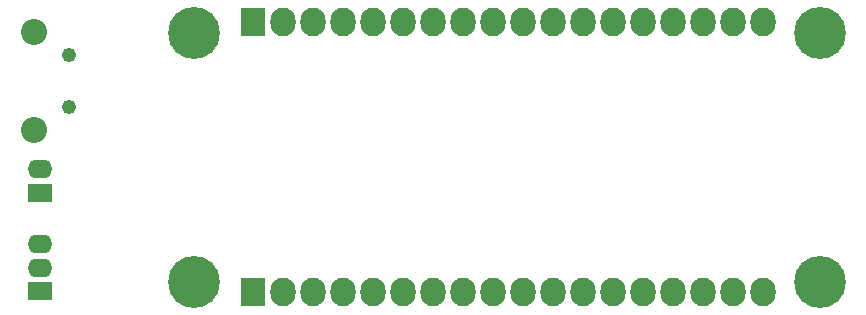
<source format=gbs>
G04 #@! TF.FileFunction,Soldermask,Bot*
%FSLAX46Y46*%
G04 Gerber Fmt 4.6, Leading zero omitted, Abs format (unit mm)*
G04 Created by KiCad (PCBNEW (2016-09-14 revision 83ed3c9)-makepkg) date 10/14/16 01:05:57*
%MOMM*%
%LPD*%
G01*
G04 APERTURE LIST*
%ADD10C,0.100000*%
%ADD11O,2.127200X2.432000*%
%ADD12R,2.127200X2.432000*%
%ADD13C,4.400000*%
%ADD14R,2.100000X1.600000*%
%ADD15O,2.100000X1.600000*%
%ADD16C,2.204000*%
%ADD17C,1.245000*%
G04 APERTURE END LIST*
D10*
D11*
X209053691Y-96508953D03*
X206513691Y-96508953D03*
X203973691Y-96508953D03*
X201433691Y-96508953D03*
X198893691Y-96508953D03*
X196353691Y-96508953D03*
X193813691Y-96508953D03*
X191273691Y-96508953D03*
X188733691Y-96508953D03*
X186193691Y-96508953D03*
X183653691Y-96508953D03*
X181113691Y-96508953D03*
X178573691Y-96508953D03*
X176033691Y-96508953D03*
X173493691Y-96508953D03*
X170953691Y-96508953D03*
X168413691Y-96508953D03*
D12*
X165873691Y-96508953D03*
X165873691Y-73648953D03*
D11*
X168413691Y-73648953D03*
X170953691Y-73648953D03*
X173493691Y-73648953D03*
X176033691Y-73648953D03*
X178573691Y-73648953D03*
X181113691Y-73648953D03*
X183653691Y-73648953D03*
X186193691Y-73648953D03*
X188733691Y-73648953D03*
X191273691Y-73648953D03*
X193813691Y-73648953D03*
X196353691Y-73648953D03*
X198893691Y-73648953D03*
X201433691Y-73648953D03*
X203973691Y-73648953D03*
X206513691Y-73648953D03*
X209053691Y-73648953D03*
D13*
X160873691Y-74578953D03*
X213873691Y-74578953D03*
X160873691Y-95578953D03*
X213873691Y-95578953D03*
D14*
X147877691Y-88046953D03*
D15*
X147877691Y-86046953D03*
D14*
X147877691Y-96396953D03*
D15*
X147877691Y-94396953D03*
X147877691Y-92396953D03*
D16*
X147307691Y-74431553D03*
X147307691Y-82781553D03*
D17*
X150332691Y-76381553D03*
X150332691Y-80831553D03*
M02*

</source>
